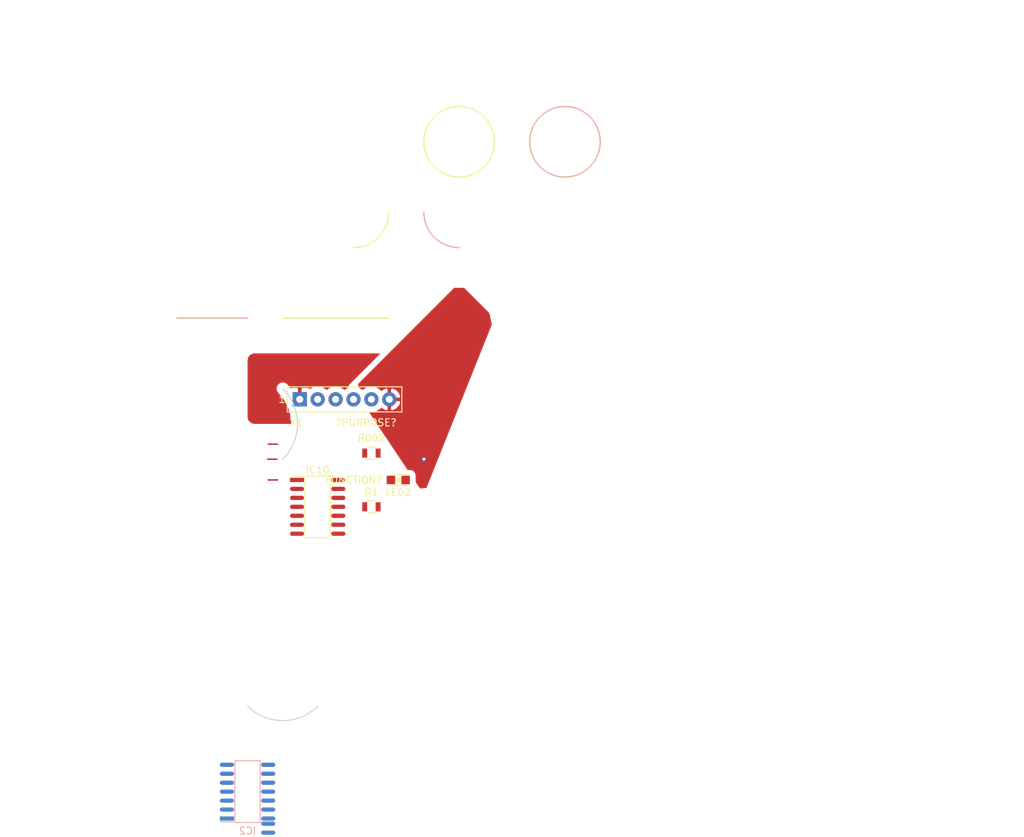
<source format=kicad_pcb>
(kicad_pcb (version 4) (host pcbnew 4.0.7)

  (general
    (links 19)
    (no_connects 19)
    (area 109.899999 39.899999 255.100001 158.776069)
    (thickness 1.6)
    (drawings 30)
    (tracks 4)
    (zones 0)
    (modules 9)
    (nets 8)
  )

  (page A4)
  (layers
    (0 F.Cu signal)
    (1 In1.Cu signal)
    (2 In2.Cu signal)
    (31 B.Cu signal)
    (32 B.Adhes user)
    (33 F.Adhes user)
    (34 B.Paste user)
    (35 F.Paste user)
    (36 B.SilkS user)
    (37 F.SilkS user)
    (38 B.Mask user)
    (39 F.Mask user)
    (40 Dwgs.User user)
    (41 Cmts.User user)
    (42 Eco1.User user)
    (43 Eco2.User user)
    (44 Edge.Cuts user)
    (45 Margin user)
    (46 B.CrtYd user)
    (47 F.CrtYd user)
    (48 B.Fab user)
    (49 F.Fab user)
  )

  (setup
    (last_trace_width 0.25)
    (trace_clearance 0.2)
    (zone_clearance 0.8)
    (zone_45_only no)
    (trace_min 0.2)
    (segment_width 0.2)
    (edge_width 0.15)
    (via_size 0.6)
    (via_drill 0.4)
    (via_min_size 0.4)
    (via_min_drill 0.3)
    (uvia_size 0.3)
    (uvia_drill 0.1)
    (uvias_allowed no)
    (uvia_min_size 0.2)
    (uvia_min_drill 0.1)
    (pcb_text_width 0.3)
    (pcb_text_size 1.5 1.5)
    (mod_edge_width 0.15)
    (mod_text_size 1 1)
    (mod_text_width 0.15)
    (pad_size 1.5 1.5)
    (pad_drill 0.6)
    (pad_to_mask_clearance 0.1)
    (aux_axis_origin 1 1)
    (visible_elements FFFFFF7F)
    (pcbplotparams
      (layerselection 0x00030_80000001)
      (usegerberextensions false)
      (excludeedgelayer true)
      (linewidth 0.150000)
      (plotframeref false)
      (viasonmask false)
      (mode 1)
      (useauxorigin false)
      (hpglpennumber 1)
      (hpglpenspeed 20)
      (hpglpendiameter 15)
      (hpglpenoverlay 2)
      (psnegative false)
      (psa4output false)
      (plotreference true)
      (plotvalue true)
      (plotinvisibletext false)
      (padsonsilk false)
      (subtractmaskfromsilk false)
      (outputformat 1)
      (mirror false)
      (drillshape 0)
      (scaleselection 1)
      (outputdirectory ""))
  )

  (net 0 "")
  (net 1 /IN)
  (net 2 /OUT#)
  (net 3 /OUT)
  (net 4 /LED_ANODE)
  (net 5 GND)
  (net 6 VCC)
  (net 7 "Net-(IC2-Pad11)")

  (net_class Default "This is the default net class."
    (clearance 0.2)
    (trace_width 0.25)
    (via_dia 0.6)
    (via_drill 0.4)
    (uvia_dia 0.3)
    (uvia_drill 0.1)
    (add_net /IN)
    (add_net /LED_ANODE)
    (add_net /OUT)
    (add_net /OUT#)
    (add_net GND)
    (add_net "Net-(IC2-Pad11)")
    (add_net VCC)
  )

  (module bel_ic:S_SO14 (layer F.Cu) (tedit 553B3CA0) (tstamp 5ACB2FF6)
    (at 154.94 111.76)
    (path /59F20229)
    (attr smd)
    (fp_text reference IC10 (at 0 -5.225) (layer F.SilkS)
      (effects (font (size 1 1) (thickness 0.15)))
    )
    (fp_text value 7400 (at 0 0 90) (layer F.Fab) hide
      (effects (font (size 1 1) (thickness 0.15)))
    )
    (fp_line (start -3.85 -4.275) (end -3.65 -4.275) (layer F.SilkS) (width 0.15))
    (fp_line (start -3.65 -4.275) (end -2 -4.275) (layer F.SilkS) (width 0.15))
    (fp_line (start -1.8 -4.375) (end -1.8 4.375) (layer F.SilkS) (width 0.15))
    (fp_line (start -1.8 4.375) (end 1.8 4.375) (layer F.SilkS) (width 0.15))
    (fp_line (start 1.8 4.375) (end 1.8 -4.375) (layer F.SilkS) (width 0.15))
    (fp_line (start 1.8 -4.375) (end -1.8 -4.375) (layer F.SilkS) (width 0.15))
    (pad 1 smd rect (at -2.925 -3.81) (size 2 0.6) (layers F.Cu F.Paste F.Mask)
      (net 1 /IN))
    (pad 2 smd oval (at -2.925 -2.54) (size 2 0.6) (layers F.Cu F.Paste F.Mask)
      (net 1 /IN))
    (pad 3 smd oval (at -2.925 -1.27) (size 2 0.6) (layers F.Cu F.Paste F.Mask)
      (net 2 /OUT#))
    (pad 4 smd oval (at -2.925 0) (size 2 0.6) (layers F.Cu F.Paste F.Mask))
    (pad 5 smd oval (at -2.925 1.27) (size 2 0.6) (layers F.Cu F.Paste F.Mask))
    (pad 6 smd oval (at -2.925 2.54) (size 2 0.6) (layers F.Cu F.Paste F.Mask))
    (pad 7 smd oval (at -2.925 3.81) (size 2 0.6) (layers F.Cu F.Paste F.Mask)
      (net 5 GND))
    (pad 8 smd oval (at 2.925 3.81) (size 2 0.6) (layers F.Cu F.Paste F.Mask)
      (net 3 /OUT))
    (pad 9 smd oval (at 2.925 2.54) (size 2 0.6) (layers F.Cu F.Paste F.Mask)
      (net 2 /OUT#))
    (pad 10 smd oval (at 2.925 1.27) (size 2 0.6) (layers F.Cu F.Paste F.Mask)
      (net 2 /OUT#))
    (pad 11 smd oval (at 2.925 0) (size 2 0.6) (layers F.Cu F.Paste F.Mask))
    (pad 12 smd oval (at 2.925 -1.27) (size 2 0.6) (layers F.Cu F.Paste F.Mask))
    (pad 13 smd oval (at 2.925 -2.54) (size 2 0.6) (layers F.Cu F.Paste F.Mask))
    (pad 14 smd oval (at 2.925 -3.81) (size 2 0.6) (layers F.Cu F.Paste F.Mask)
      (net 6 VCC))
    (model /usr/local/share/kicad/modules/packages3d/Housings_SOIC.3dshapes/SOIC-14_3.9x8.7mm_Pitch1.27mm.wrl
      (at (xyz 0 0 0))
      (scale (xyz 1 1 1))
      (rotate (xyz 0 0 0))
    )
  )

  (module bel_opto:S_0805 (layer F.Cu) (tedit 595D3B56) (tstamp 5ACB3012)
    (at 166.37 107.95 180)
    (descr LED_PAC_S_0805_VAL_)
    (tags "LED SMD 0805")
    (path /59F207B1)
    (attr smd)
    (fp_text reference LED2 (at 0 -1.75 180) (layer F.SilkS)
      (effects (font (size 1 1) (thickness 0.15)))
    )
    (fp_text value red (at 0 1.75 180) (layer F.Fab)
      (effects (font (size 1 1) (thickness 0.15)))
    )
    (fp_text user FUNCTION? (at 6.35 0 180) (layer F.SilkS)
      (effects (font (size 1 1) (thickness 0.15)))
    )
    (fp_line (start -0.4 -0.3) (end -0.4 0.3) (layer F.Fab) (width 0.15))
    (fp_line (start -0.3 0) (end 0 -0.3) (layer F.Fab) (width 0.15))
    (fp_line (start 0 0.3) (end -0.3 0) (layer F.Fab) (width 0.15))
    (fp_line (start 0 -0.3) (end 0 0.3) (layer F.Fab) (width 0.15))
    (fp_line (start 1 -0.6) (end -1 -0.6) (layer F.Fab) (width 0.15))
    (fp_line (start 1 0.6) (end 1 -0.6) (layer F.Fab) (width 0.15))
    (fp_line (start -1 0.6) (end 1 0.6) (layer F.Fab) (width 0.15))
    (fp_line (start -1 -0.6) (end -1 0.6) (layer F.Fab) (width 0.15))
    (fp_line (start -1.6 0.75) (end 1.1 0.75) (layer F.SilkS) (width 0.15))
    (fp_line (start -1.6 -0.75) (end 1.1 -0.75) (layer F.SilkS) (width 0.15))
    (fp_line (start -0.1 0.15) (end -0.1 -0.1) (layer F.SilkS) (width 0.15))
    (fp_line (start -0.1 -0.1) (end -0.25 0.05) (layer F.SilkS) (width 0.15))
    (fp_line (start -0.35 -0.35) (end -0.35 0.35) (layer F.SilkS) (width 0.15))
    (fp_line (start 0 0) (end 0.35 0) (layer F.SilkS) (width 0.15))
    (fp_line (start -0.35 0) (end 0 -0.35) (layer F.SilkS) (width 0.15))
    (fp_line (start 0 -0.35) (end 0 0.35) (layer F.SilkS) (width 0.15))
    (fp_line (start 0 0.35) (end -0.35 0) (layer F.SilkS) (width 0.15))
    (fp_line (start 1.9 -0.95) (end 1.9 0.95) (layer F.CrtYd) (width 0.15))
    (fp_line (start 1.9 0.95) (end -1.9 0.95) (layer F.CrtYd) (width 0.15))
    (fp_line (start -1.9 0.95) (end -1.9 -0.95) (layer F.CrtYd) (width 0.15))
    (fp_line (start -1.9 -0.95) (end 1.9 -0.95) (layer F.CrtYd) (width 0.15))
    (pad A smd rect (at 1.04902 0) (size 1.19888 1.19888) (layers F.Cu F.Paste F.Mask)
      (net 4 /LED_ANODE))
    (pad C smd rect (at -1.04902 0) (size 1.19888 1.19888) (layers F.Cu F.Paste F.Mask)
      (net 5 GND))
    (model LEDs.3dshapes/LED_0805.wrl
      (at (xyz 0 0 0))
      (scale (xyz 1 1 1))
      (rotate (xyz 0 0 0))
    )
  )

  (module bel_netchanger:0mm2 (layer F.Cu) (tedit 585A8500) (tstamp 5ACB3019)
    (at 148.59 102.87)
    (descr "NetChanger 0mm2")
    (tags "NetChanger 0mm2")
    (path /59F20A7A)
    (attr virtual)
    (fp_text reference N1 (at 0 -1.9) (layer F.SilkS) hide
      (effects (font (size 1 1) (thickness 0.15)))
    )
    (fp_text value NETCHANGER (at 0 1.9) (layer F.Fab) hide
      (effects (font (size 1 1) (thickness 0.15)))
    )
    (fp_line (start -0.5 0) (end 0.5 0) (layer F.Cu) (width 0.2))
    (pad 1 smd rect (at -0.5 0) (size 0.5 0.2) (layers F.Cu)
      (net 3 /OUT))
    (pad 2 smd rect (at 0.5 0) (size 0.5 0.2) (layers F.Cu))
  )

  (module bel_netchanger:0mm2 (layer F.Cu) (tedit 585A8500) (tstamp 5ACB3020)
    (at 148.59 107.95)
    (descr "NetChanger 0mm2")
    (tags "NetChanger 0mm2")
    (path /59F20AF5)
    (attr virtual)
    (fp_text reference N2 (at 0 -1.9) (layer F.SilkS) hide
      (effects (font (size 1 1) (thickness 0.15)))
    )
    (fp_text value NETCHANGER (at 0 1.9) (layer F.Fab) hide
      (effects (font (size 1 1) (thickness 0.15)))
    )
    (fp_line (start -0.5 0) (end 0.5 0) (layer F.Cu) (width 0.2))
    (pad 1 smd rect (at -0.5 0) (size 0.5 0.2) (layers F.Cu)
      (net 3 /OUT))
    (pad 2 smd rect (at 0.5 0) (size 0.5 0.2) (layers F.Cu))
  )

  (module bel_netchanger:0mm2 (layer F.Cu) (tedit 585A8500) (tstamp 5ACB3027)
    (at 148.5011 105.0036)
    (descr "NetChanger 0mm2")
    (tags "NetChanger 0mm2")
    (path /59F20B4C)
    (attr virtual)
    (fp_text reference N3 (at 0 -1.9) (layer F.SilkS) hide
      (effects (font (size 1 1) (thickness 0.15)))
    )
    (fp_text value NETCHANGER (at 0 1.9) (layer F.Fab) hide
      (effects (font (size 1 1) (thickness 0.15)))
    )
    (fp_line (start -0.5 0) (end 0.5 0) (layer F.Cu) (width 0.2))
    (pad 1 smd rect (at -0.5 0) (size 0.5 0.2) (layers F.Cu)
      (net 3 /OUT))
    (pad 2 smd rect (at 0.5 0) (size 0.5 0.2) (layers F.Cu))
  )

  (module bel_resistor:S_0805 (layer F.Cu) (tedit 58307B54) (tstamp 5ACB3037)
    (at 162.56 111.76)
    (descr R_PAC_S_0805_VAL_)
    (tags "resistor SMD 0805")
    (path /59F1FD58)
    (attr smd)
    (fp_text reference R1 (at 0 -2.1) (layer F.SilkS)
      (effects (font (size 1 1) (thickness 0.15)))
    )
    (fp_text value 100R (at 0 2.1) (layer F.Fab)
      (effects (font (size 1 1) (thickness 0.15)))
    )
    (fp_line (start -1 0.625) (end -1 -0.625) (layer F.Fab) (width 0.15))
    (fp_line (start 1 0.625) (end -1 0.625) (layer F.Fab) (width 0.15))
    (fp_line (start 1 -0.625) (end 1 0.625) (layer F.Fab) (width 0.15))
    (fp_line (start -1 -0.625) (end 1 -0.625) (layer F.Fab) (width 0.15))
    (fp_line (start -1.6 -1) (end 1.6 -1) (layer F.CrtYd) (width 0.15))
    (fp_line (start -1.6 1) (end 1.6 1) (layer F.CrtYd) (width 0.15))
    (fp_line (start -1.6 -1) (end -1.6 1) (layer F.CrtYd) (width 0.15))
    (fp_line (start 1.6 -1) (end 1.6 1) (layer F.CrtYd) (width 0.15))
    (fp_line (start 0.6 0.875) (end -0.6 0.875) (layer F.SilkS) (width 0.15))
    (fp_line (start -0.6 -0.875) (end 0.6 -0.875) (layer F.SilkS) (width 0.15))
    (pad 1 smd rect (at -0.95 0) (size 0.7 1.3) (layers F.Cu F.Paste F.Mask)
      (net 6 VCC))
    (pad 2 smd rect (at 0.95 0) (size 0.7 1.3) (layers F.Cu F.Paste F.Mask)
      (net 4 /LED_ANODE))
    (model Resistors_SMD.3dshapes/R_0805.wrl
      (at (xyz 0 0 0))
      (scale (xyz 1 1 1))
      (rotate (xyz 0 0 0))
    )
  )

  (module bel_resistor:S_0805 (layer F.Cu) (tedit 58307B54) (tstamp 5ACB3047)
    (at 162.56 104.14)
    (descr R_PAC_S_0805_VAL_)
    (tags "resistor SMD 0805")
    (path /59F208B2)
    (attr smd)
    (fp_text reference R002 (at 0 -2.1) (layer F.SilkS)
      (effects (font (size 1 1) (thickness 0.15)))
    )
    (fp_text value 220R (at 0 2.1) (layer F.Fab)
      (effects (font (size 1 1) (thickness 0.15)))
    )
    (fp_line (start -1 0.625) (end -1 -0.625) (layer F.Fab) (width 0.15))
    (fp_line (start 1 0.625) (end -1 0.625) (layer F.Fab) (width 0.15))
    (fp_line (start 1 -0.625) (end 1 0.625) (layer F.Fab) (width 0.15))
    (fp_line (start -1 -0.625) (end 1 -0.625) (layer F.Fab) (width 0.15))
    (fp_line (start -1.6 -1) (end 1.6 -1) (layer F.CrtYd) (width 0.15))
    (fp_line (start -1.6 1) (end 1.6 1) (layer F.CrtYd) (width 0.15))
    (fp_line (start -1.6 -1) (end -1.6 1) (layer F.CrtYd) (width 0.15))
    (fp_line (start 1.6 -1) (end 1.6 1) (layer F.CrtYd) (width 0.15))
    (fp_line (start 0.6 0.875) (end -0.6 0.875) (layer F.SilkS) (width 0.15))
    (fp_line (start -0.6 -0.875) (end 0.6 -0.875) (layer F.SilkS) (width 0.15))
    (pad 1 smd rect (at -0.95 0) (size 0.7 1.3) (layers F.Cu F.Paste F.Mask)
      (net 3 /OUT))
    (pad 2 smd rect (at 0.95 0) (size 0.7 1.3) (layers F.Cu F.Paste F.Mask)
      (net 5 GND))
    (model Resistors_SMD.3dshapes/R_0805.wrl
      (at (xyz 0 0 0))
      (scale (xyz 1 1 1))
      (rotate (xyz 0 0 0))
    )
  )

  (module bel_connector_and_jumper:T_FEMALE_01X06_VERTICAL_PITCH_2mm54 (layer F.Cu) (tedit 586A96C1) (tstamp 5ACB3057)
    (at 152.4 96.52)
    (path /59F2037E)
    (fp_text reference X1 (at -0.508 3.302) (layer F.SilkS)
      (effects (font (size 1 1) (thickness 0.15)))
    )
    (fp_text value FEMALE_01X06 (at 5.588 -3.556) (layer F.Fab)
      (effects (font (size 1 1) (thickness 0.15)))
    )
    (fp_text user 1 (at -2.54 0) (layer F.SilkS)
      (effects (font (size 1 1) (thickness 0.15)))
    )
    (fp_text user ?PURPOSE? (at 9.398 3.302) (layer F.SilkS)
      (effects (font (size 1 1) (thickness 0.15)))
    )
    (fp_line (start -1.778 1.778) (end -1.778 -1.778) (layer F.SilkS) (width 0.15))
    (fp_line (start 14.478 1.778) (end -1.778 1.778) (layer F.SilkS) (width 0.15))
    (fp_line (start 14.478 -1.778) (end 14.478 1.778) (layer F.SilkS) (width 0.15))
    (fp_line (start -1.778 -1.778) (end 14.478 -1.778) (layer F.SilkS) (width 0.15))
    (pad 1 thru_hole rect (at 0 0) (size 2.032 2.032) (drill 1) (layers *.Cu *.Mask)
      (net 5 GND))
    (pad 2 thru_hole oval (at 2.54 0) (size 2.032 2.032) (drill 1) (layers *.Cu *.Mask)
      (net 3 /OUT))
    (pad 3 thru_hole oval (at 5.08 0) (size 2.032 2.032) (drill 1) (layers *.Cu *.Mask)
      (net 1 /IN))
    (pad 4 thru_hole oval (at 7.62 0) (size 2.032 2.032) (drill 1) (layers *.Cu *.Mask)
      (net 2 /OUT#))
    (pad 5 thru_hole oval (at 10.16 0) (size 2.032 2.032) (drill 1) (layers *.Cu *.Mask))
    (pad 6 thru_hole oval (at 12.7 0) (size 2.032 2.032) (drill 1) (layers *.Cu *.Mask)
      (net 6 VCC))
  )

  (module bel_ic:S_SO16 (layer B.Cu) (tedit 553B3CA0) (tstamp 5B163DDC)
    (at 145 152.146069)
    (path /5B163DA6)
    (attr smd)
    (fp_text reference IC2 (at 0 5.555) (layer B.SilkS)
      (effects (font (size 1 1) (thickness 0.15)) (justify mirror))
    )
    (fp_text value 74193 (at 0 0 270) (layer B.Fab) hide
      (effects (font (size 1 1) (thickness 0.15)) (justify mirror))
    )
    (fp_line (start -3.85 4.275) (end -3.65 4.275) (layer B.SilkS) (width 0.15))
    (fp_line (start -3.65 4.275) (end -2 4.275) (layer B.SilkS) (width 0.15))
    (fp_line (start -1.8 4.375) (end -1.8 -4.375) (layer B.SilkS) (width 0.15))
    (fp_line (start -1.8 -4.375) (end 1.8 -4.375) (layer B.SilkS) (width 0.15))
    (fp_line (start 1.8 -4.375) (end 1.8 4.375) (layer B.SilkS) (width 0.15))
    (fp_line (start 1.8 4.375) (end -1.8 4.375) (layer B.SilkS) (width 0.15))
    (pad 1 smd rect (at -2.925 3.81) (size 2 0.6) (layers B.Cu B.Paste B.Mask))
    (pad 2 smd oval (at -2.925 2.54) (size 2 0.6) (layers B.Cu B.Paste B.Mask))
    (pad 3 smd oval (at -2.925 1.27) (size 2 0.6) (layers B.Cu B.Paste B.Mask))
    (pad 4 smd oval (at -2.925 0) (size 2 0.6) (layers B.Cu B.Paste B.Mask))
    (pad 5 smd oval (at -2.925 -1.27) (size 2 0.6) (layers B.Cu B.Paste B.Mask))
    (pad 6 smd oval (at -2.925 -2.54) (size 2 0.6) (layers B.Cu B.Paste B.Mask))
    (pad 7 smd oval (at -2.925 -3.81) (size 2 0.6) (layers B.Cu B.Paste B.Mask))
    (pad 8 smd oval (at 2.925 -3.81) (size 2 0.6) (layers B.Cu B.Paste B.Mask)
      (net 6 VCC))
    (pad 9 smd oval (at 2.925 -2.54) (size 2 0.6) (layers B.Cu B.Paste B.Mask))
    (pad 10 smd oval (at 2.925 -1.27) (size 2 0.6) (layers B.Cu B.Paste B.Mask))
    (pad 11 smd oval (at 2.925 0) (size 2 0.6) (layers B.Cu B.Paste B.Mask)
      (net 7 "Net-(IC2-Pad11)"))
    (pad 12 smd oval (at 2.925 1.27) (size 2 0.6) (layers B.Cu B.Paste B.Mask))
    (pad 13 smd oval (at 2.925 2.54) (size 2 0.6) (layers B.Cu B.Paste B.Mask))
    (pad 14 smd oval (at 2.925 3.81) (size 2 0.6) (layers B.Cu B.Paste B.Mask)
      (net 7 "Net-(IC2-Pad11)"))
    (pad 15 smd oval (at 2.925 4.54) (size 2 0.6) (layers B.Cu B.Paste B.Mask))
    (pad 16 smd oval (at 2.925 5.81) (size 2 0.6) (layers B.Cu B.Paste B.Mask)
      (net 6 VCC))
    (model /usr/local/share/kicad/modules/packages3d/Housings_SOIC.3dshapes/SOIC-14_3.9x8.7mm_Pitch1.27mm.wrl
      (at (xyz 0 0 0))
      (scale (xyz 1 1 1))
      (rotate (xyz 0 0 0))
    )
  )

  (gr_text "TEST CU TOP" (at 165 155 7.7) (layer In2.Cu)
    (effects (font (size 1.5 1.5) (thickness 0.3)))
  )
  (gr_arc (start 150 135) (end 155 140) (angle 90) (layer Edge.Cuts) (width 0.15))
  (gr_line (start 135 80) (end 130 80) (angle 90) (layer B.Paste) (width 0.2))
  (gr_line (start 155 65) (end 155 75) (angle 90) (layer B.Fab) (width 0.2))
  (gr_line (start 145 85) (end 135 85) (angle 90) (layer B.SilkS) (width 0.2))
  (gr_circle (center 230 85) (end 235 85) (layer B.CrtYd) (width 0.2))
  (gr_circle (center 250 85) (end 255 85) (layer F.CrtYd) (width 0.2))
  (gr_circle (center 250 65) (end 255 65) (layer B.Mask) (width 0.2))
  (gr_circle (center 230 65) (end 235 65) (layer F.Mask) (width 0.2))
  (gr_circle (center 250 45) (end 255 45) (layer B.Paste) (width 0.2))
  (gr_circle (center 230 45) (end 235 45) (layer F.Paste) (width 0.2))
  (gr_circle (center 190 45) (end 195 45) (layer B.Fab) (width 0.2))
  (gr_circle (center 175 45) (end 180 45) (layer F.Fab) (width 0.2))
  (gr_circle (center 190 60) (end 195 60) (layer B.SilkS) (width 0.2))
  (gr_circle (center 175 60) (end 180 60) (layer F.SilkS) (width 0.2))
  (gr_arc (start 145 50) (end 150 50) (angle 90) (layer B.CrtYd) (width 0.2))
  (gr_arc (start 140 50) (end 140 55) (angle 90) (layer F.CrtYd) (width 0.2))
  (gr_arc (start 125 50) (end 125 55) (angle 90) (layer B.Mask) (width 0.2))
  (gr_arc (start 115 55) (end 110 55) (angle 90) (layer F.Mask) (width 0.2))
  (gr_arc (start 120 70) (end 125 70) (angle 90) (layer B.Paste) (width 0.2))
  (gr_arc (start 115 70) (end 115 75) (angle 90) (layer F.Paste) (width 0.2))
  (gr_arc (start 145 70) (end 150 70) (angle 90) (layer B.Fab) (width 0.2))
  (gr_arc (start 140 70) (end 140 75) (angle 90) (layer F.Fab) (width 0.2))
  (gr_arc (start 175 70) (end 175 75) (angle 90) (layer B.SilkS) (width 0.2))
  (gr_arc (start 160 70) (end 165 70) (angle 90) (layer F.SilkS) (width 0.2))
  (gr_line (start 145 80) (end 140 80) (angle 90) (layer F.Paste) (width 0.2))
  (gr_line (start 165 90) (end 150 90) (angle 90) (layer F.CrtYd) (width 0.2))
  (gr_line (start 165 80) (end 150 80) (angle 90) (layer F.Fab) (width 0.2))
  (gr_line (start 165 85) (end 150 85) (angle 90) (layer F.SilkS) (width 0.2))
  (gr_arc (start 145 100) (end 150 95) (angle 90) (layer Edge.Cuts) (width 0.15))

  (segment (start 170 105) (end 170 100) (width 0.25) (layer F.Cu) (net 6))
  (segment (start 166.52 96.52) (end 170 100) (width 0.25) (layer F.Cu) (net 6) (tstamp 5B17A775))
  (segment (start 166.52 96.52) (end 165.1 96.52) (width 0.25) (layer F.Cu) (net 6))
  (via (at 170 105) (size 0.6) (drill 0.4) (layers F.Cu B.Cu) (net 6))

  (zone (net 6) (net_name VCC) (layer F.Cu) (tstamp 5B2B6529) (hatch edge 0.508)
    (priority 1)
    (connect_pads (clearance 0.8))
    (min_thickness 0.15)
    (fill yes (arc_segments 16) (thermal_gap 0.6) (thermal_bridge_width 0.5) (smoothing chamfer) (radius 1))
    (polygon
      (pts
        (xy 180 85) (xy 170 110) (xy 160 95) (xy 175 80)
      )
    )
    (filled_polygon
      (pts
        (xy 179.223949 84.330015) (xy 179.550617 85.921514) (xy 170.318576 109.001617) (xy 169.482581 109.088662) (xy 168.910602 108.230694)
        (xy 168.910602 107.35056) (xy 168.849589 107.026304) (xy 168.657954 106.728495) (xy 168.365553 106.528706) (xy 168.01846 106.458418)
        (xy 167.729085 106.458418) (xy 162.339859 98.37458) (xy 162.522953 98.411) (xy 162.597047 98.411) (xy 163.320701 98.267056)
        (xy 163.934186 97.857139) (xy 163.991611 97.771196) (xy 164.07198 97.862646) (xy 164.664042 98.153849) (xy 164.925 98.033182)
        (xy 164.925 96.695) (xy 165.275 96.695) (xy 165.275 98.033182) (xy 165.535958 98.153849) (xy 166.12802 97.862646)
        (xy 166.563575 97.367037) (xy 166.733837 96.955956) (xy 166.612157 96.695) (xy 165.275 96.695) (xy 164.925 96.695)
        (xy 164.905 96.695) (xy 164.905 96.345) (xy 164.925 96.345) (xy 164.925 95.006818) (xy 165.275 95.006818)
        (xy 165.275 96.345) (xy 166.612157 96.345) (xy 166.733837 96.084044) (xy 166.563575 95.672963) (xy 166.12802 95.177354)
        (xy 165.535958 94.886151) (xy 165.275 95.006818) (xy 164.925 95.006818) (xy 164.664042 94.886151) (xy 164.07198 95.177354)
        (xy 163.991611 95.268804) (xy 163.934186 95.182861) (xy 163.320701 94.772944) (xy 162.597047 94.629) (xy 162.522953 94.629)
        (xy 161.799299 94.772944) (xy 161.29 95.113246) (xy 160.780701 94.772944) (xy 160.735823 94.764017) (xy 160.7791 94.326966)
        (xy 174.323959 80.782107) (xy 175.676041 80.782107)
      )
    )
  )
  (zone (net 5) (net_name GND) (layer F.Cu) (tstamp 5B28C715) (hatch none 0.508)
    (connect_pads (clearance 0.8))
    (min_thickness 0.15)
    (fill yes (arc_segments 32) (thermal_gap 0.6) (thermal_bridge_width 0.5) (smoothing fillet) (radius 1))
    (polygon
      (pts
        (xy 175 100) (xy 145 100) (xy 145 90) (xy 170 90)
      )
    )
    (filled_polygon
      (pts
        (xy 159.381282 94.381282) (xy 159.144444 94.816562) (xy 159.144069 94.849407) (xy 158.964387 94.944946) (xy 158.74913 95.120505)
        (xy 158.557503 94.95971) (xy 158.234094 94.781915) (xy 157.882311 94.670323) (xy 157.515552 94.629184) (xy 157.48915 94.629)
        (xy 157.47085 94.629) (xy 157.103553 94.665014) (xy 156.750246 94.771683) (xy 156.424387 94.944946) (xy 156.20913 95.120505)
        (xy 156.017503 94.95971) (xy 155.694094 94.781915) (xy 155.342311 94.670323) (xy 154.975552 94.629184) (xy 154.94915 94.629)
        (xy 154.93085 94.629) (xy 154.563553 94.665014) (xy 154.210246 94.771683) (xy 153.884387 94.944946) (xy 153.843812 94.978038)
        (xy 153.735733 94.905823) (xy 153.612891 94.85494) (xy 153.482482 94.829) (xy 152.74375 94.829) (xy 152.575 94.99775)
        (xy 152.575 96.345) (xy 152.595 96.345) (xy 152.595 96.695) (xy 152.575 96.695) (xy 152.575 96.715)
        (xy 152.301675 96.715) (xy 152.205 96.534701) (xy 152.205 96.345) (xy 152.225 96.345) (xy 152.225 94.99775)
        (xy 152.05625 94.829) (xy 151.317518 94.829) (xy 151.187109 94.85494) (xy 151.129761 94.878695) (xy 150.734097 94.397006)
        (xy 150.602993 94.265903) (xy 150.448923 94.162761) (xy 150.277753 94.091511) (xy 150.096003 94.054864) (xy 149.910596 94.054216)
        (xy 149.728596 94.089593) (xy 149.556933 94.159649) (xy 149.402145 94.261711) (xy 149.270131 94.391896) (xy 149.165916 94.545243)
        (xy 149.093472 94.715912) (xy 149.055557 94.897401) (xy 149.053615 95.082798) (xy 149.087721 95.265042) (xy 149.156576 95.43719)
        (xy 149.257556 95.592686) (xy 149.265903 95.602994) (xy 150.082728 96.597413) (xy 150.646825 97.64945) (xy 150.99584 98.791023)
        (xy 151.111025 99.925) (xy 146.003686 99.925) (xy 145.819614 99.90687) (xy 145.646156 99.854253) (xy 145.486299 99.768808)
        (xy 145.346183 99.653817) (xy 145.231192 99.513701) (xy 145.145747 99.353844) (xy 145.09313 99.180386) (xy 145.075 98.996314)
        (xy 145.075 91.003686) (xy 145.09313 90.819614) (xy 145.145747 90.646156) (xy 145.231192 90.486299) (xy 145.346183 90.346183)
        (xy 145.486299 90.231192) (xy 145.646156 90.145747) (xy 145.819614 90.09313) (xy 146.003686 90.075) (xy 163.687564 90.075)
      )
    )
  )
  (zone (net 0) (net_name "") (layer F.Cu) (tstamp 5B308A86) (hatch edge 0.508)
    (connect_pads (clearance 0.8))
    (min_thickness 0.15)
    (fill yes (arc_segments 16) (thermal_gap 0.6) (thermal_bridge_width 0.5))
    (polygon
      (pts
        (xy 132 101.5) (xy 131.8 101.5) (xy 131.8 101.35) (xy 132 101.35)
      )
    )
  )
)

</source>
